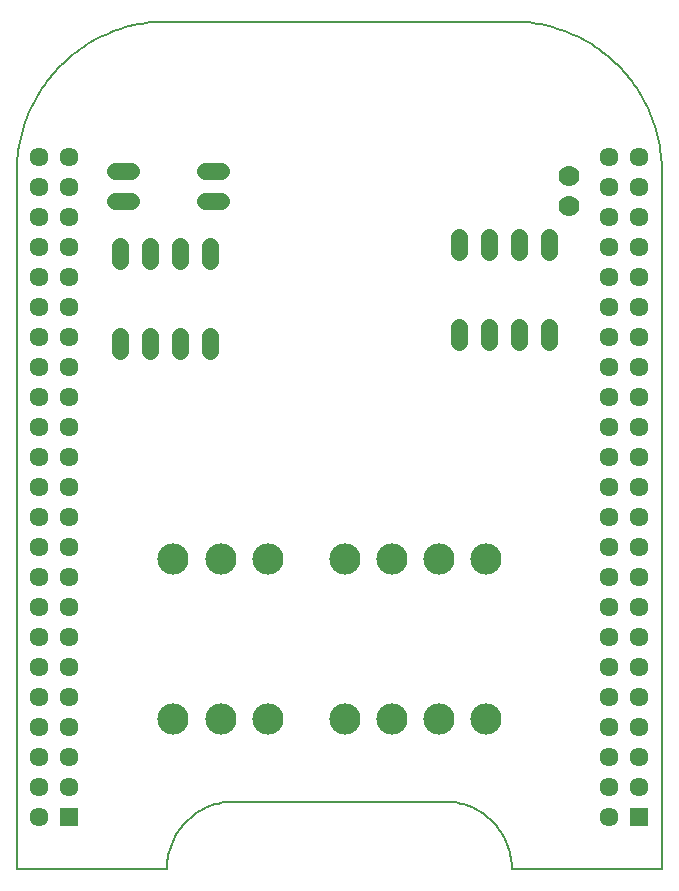
<source format=gbs>
G75*
%MOIN*%
%OFA0B0*%
%FSLAX24Y24*%
%IPPOS*%
%LPD*%
%AMOC8*
5,1,8,0,0,1.08239X$1,22.5*
%
%ADD10C,0.0050*%
%ADD11R,0.0634X0.0634*%
%ADD12C,0.0634*%
%ADD13C,0.0560*%
%ADD14C,0.0700*%
%ADD15C,0.1040*%
D10*
X001450Y006250D02*
X006450Y006250D01*
X006452Y006343D01*
X006458Y006436D01*
X006467Y006528D01*
X006481Y006620D01*
X006498Y006712D01*
X006519Y006802D01*
X006544Y006892D01*
X006572Y006981D01*
X006604Y007068D01*
X006640Y007154D01*
X006679Y007238D01*
X006721Y007321D01*
X006767Y007402D01*
X006816Y007481D01*
X006869Y007557D01*
X006924Y007632D01*
X006983Y007704D01*
X007045Y007774D01*
X007109Y007841D01*
X007176Y007905D01*
X007246Y007967D01*
X007318Y008026D01*
X007393Y008081D01*
X007469Y008134D01*
X007548Y008183D01*
X007629Y008229D01*
X007712Y008271D01*
X007796Y008310D01*
X007882Y008346D01*
X007969Y008378D01*
X008058Y008406D01*
X008148Y008431D01*
X008238Y008452D01*
X008330Y008469D01*
X008422Y008483D01*
X008514Y008492D01*
X008607Y008498D01*
X008700Y008500D01*
X015700Y008500D01*
X015793Y008498D01*
X015886Y008492D01*
X015978Y008483D01*
X016070Y008469D01*
X016162Y008452D01*
X016252Y008431D01*
X016342Y008406D01*
X016431Y008378D01*
X016518Y008346D01*
X016604Y008310D01*
X016688Y008271D01*
X016771Y008229D01*
X016852Y008183D01*
X016931Y008134D01*
X017007Y008081D01*
X017082Y008026D01*
X017154Y007967D01*
X017224Y007905D01*
X017291Y007841D01*
X017355Y007774D01*
X017417Y007704D01*
X017476Y007632D01*
X017531Y007557D01*
X017584Y007481D01*
X017633Y007402D01*
X017679Y007321D01*
X017721Y007238D01*
X017760Y007154D01*
X017796Y007068D01*
X017828Y006981D01*
X017856Y006892D01*
X017881Y006802D01*
X017902Y006712D01*
X017919Y006620D01*
X017933Y006528D01*
X017942Y006436D01*
X017948Y006343D01*
X017950Y006250D01*
X022950Y006250D01*
X022950Y029500D01*
X022948Y029640D01*
X022942Y029780D01*
X022932Y029920D01*
X022919Y030060D01*
X022901Y030199D01*
X022879Y030338D01*
X022854Y030475D01*
X022825Y030613D01*
X022792Y030749D01*
X022755Y030884D01*
X022714Y031018D01*
X022669Y031151D01*
X022621Y031283D01*
X022569Y031413D01*
X022514Y031542D01*
X022455Y031669D01*
X022392Y031795D01*
X022326Y031919D01*
X022257Y032040D01*
X022184Y032160D01*
X022107Y032278D01*
X022028Y032393D01*
X021945Y032507D01*
X021859Y032617D01*
X021770Y032726D01*
X021678Y032832D01*
X021583Y032935D01*
X021486Y033036D01*
X021385Y033133D01*
X021282Y033228D01*
X021176Y033320D01*
X021067Y033409D01*
X020957Y033495D01*
X020843Y033578D01*
X020728Y033657D01*
X020610Y033734D01*
X020490Y033807D01*
X020369Y033876D01*
X020245Y033942D01*
X020119Y034005D01*
X019992Y034064D01*
X019863Y034119D01*
X019733Y034171D01*
X019601Y034219D01*
X019468Y034264D01*
X019334Y034305D01*
X019199Y034342D01*
X019063Y034375D01*
X018925Y034404D01*
X018788Y034429D01*
X018649Y034451D01*
X018510Y034469D01*
X018370Y034482D01*
X018230Y034492D01*
X018090Y034498D01*
X017950Y034500D01*
X006450Y034500D01*
X006310Y034498D01*
X006170Y034492D01*
X006030Y034482D01*
X005890Y034469D01*
X005751Y034451D01*
X005612Y034429D01*
X005475Y034404D01*
X005337Y034375D01*
X005201Y034342D01*
X005066Y034305D01*
X004932Y034264D01*
X004799Y034219D01*
X004667Y034171D01*
X004537Y034119D01*
X004408Y034064D01*
X004281Y034005D01*
X004155Y033942D01*
X004031Y033876D01*
X003910Y033807D01*
X003790Y033734D01*
X003672Y033657D01*
X003557Y033578D01*
X003443Y033495D01*
X003333Y033409D01*
X003224Y033320D01*
X003118Y033228D01*
X003015Y033133D01*
X002914Y033036D01*
X002817Y032935D01*
X002722Y032832D01*
X002630Y032726D01*
X002541Y032617D01*
X002455Y032507D01*
X002372Y032393D01*
X002293Y032278D01*
X002216Y032160D01*
X002143Y032040D01*
X002074Y031919D01*
X002008Y031795D01*
X001945Y031669D01*
X001886Y031542D01*
X001831Y031413D01*
X001779Y031283D01*
X001731Y031151D01*
X001686Y031018D01*
X001645Y030884D01*
X001608Y030749D01*
X001575Y030613D01*
X001546Y030475D01*
X001521Y030338D01*
X001499Y030199D01*
X001481Y030060D01*
X001468Y029920D01*
X001458Y029780D01*
X001452Y029640D01*
X001450Y029500D01*
X001450Y006250D01*
D11*
X003200Y008000D03*
X022200Y008000D03*
D12*
X022200Y009000D03*
X022200Y010000D03*
X022200Y011000D03*
X022200Y012000D03*
X022200Y013000D03*
X022200Y014000D03*
X022200Y015000D03*
X022200Y016000D03*
X022200Y017000D03*
X022200Y018000D03*
X022200Y019000D03*
X022200Y020000D03*
X022200Y021000D03*
X022200Y022000D03*
X022200Y023000D03*
X022200Y024000D03*
X022200Y025000D03*
X022200Y026000D03*
X022200Y027000D03*
X022200Y028000D03*
X022200Y029000D03*
X022200Y030000D03*
X021200Y030000D03*
X021200Y029000D03*
X021200Y028000D03*
X021200Y027000D03*
X021200Y026000D03*
X021200Y025000D03*
X021200Y024000D03*
X021200Y023000D03*
X021200Y022000D03*
X021200Y021000D03*
X021200Y020000D03*
X021200Y019000D03*
X021200Y018000D03*
X021200Y017000D03*
X021200Y016000D03*
X021200Y015000D03*
X021200Y014000D03*
X021200Y013000D03*
X021200Y012000D03*
X021200Y011000D03*
X021200Y010000D03*
X021200Y009000D03*
X021200Y008000D03*
X003200Y009000D03*
X003200Y010000D03*
X003200Y011000D03*
X003200Y012000D03*
X003200Y013000D03*
X003200Y014000D03*
X003200Y015000D03*
X003200Y016000D03*
X003200Y017000D03*
X003200Y018000D03*
X003200Y019000D03*
X003200Y020000D03*
X003200Y021000D03*
X003200Y022000D03*
X003200Y023000D03*
X003200Y024000D03*
X003200Y025000D03*
X003200Y026000D03*
X003200Y027000D03*
X003200Y028000D03*
X003200Y029000D03*
X003200Y030000D03*
X002200Y030000D03*
X002200Y029000D03*
X002200Y028000D03*
X002200Y027000D03*
X002200Y026000D03*
X002200Y025000D03*
X002200Y024000D03*
X002200Y023000D03*
X002200Y022000D03*
X002200Y021000D03*
X002200Y020000D03*
X002200Y019000D03*
X002200Y018000D03*
X002200Y017000D03*
X002200Y016000D03*
X002200Y015000D03*
X002200Y014000D03*
X002200Y013000D03*
X002200Y012000D03*
X002200Y011000D03*
X002200Y010000D03*
X002200Y009000D03*
X002200Y008000D03*
D13*
X004895Y023504D02*
X004895Y024024D01*
X005895Y024024D02*
X005895Y023504D01*
X006895Y023504D02*
X006895Y024024D01*
X007895Y024024D02*
X007895Y023504D01*
X007895Y026504D02*
X007895Y027024D01*
X006895Y027024D02*
X006895Y026504D01*
X005895Y026504D02*
X005895Y027024D01*
X004895Y027024D02*
X004895Y026504D01*
X004733Y028510D02*
X005253Y028510D01*
X005253Y029510D02*
X004733Y029510D01*
X007733Y029510D02*
X008253Y029510D01*
X008253Y028510D02*
X007733Y028510D01*
X016202Y027329D02*
X016202Y026809D01*
X017202Y026809D02*
X017202Y027329D01*
X018202Y027329D02*
X018202Y026809D01*
X019202Y026809D02*
X019202Y027329D01*
X019202Y024329D02*
X019202Y023809D01*
X018202Y023809D02*
X018202Y024329D01*
X017202Y024329D02*
X017202Y023809D01*
X016202Y023809D02*
X016202Y024329D01*
D14*
X019863Y028364D03*
X019863Y029364D03*
D15*
X017099Y016575D03*
X015524Y016575D03*
X013950Y016575D03*
X012375Y016575D03*
X009816Y016575D03*
X008241Y016575D03*
X006666Y016575D03*
X006666Y011260D03*
X008241Y011260D03*
X009816Y011260D03*
X012375Y011260D03*
X013950Y011260D03*
X015524Y011260D03*
X017099Y011260D03*
M02*

</source>
